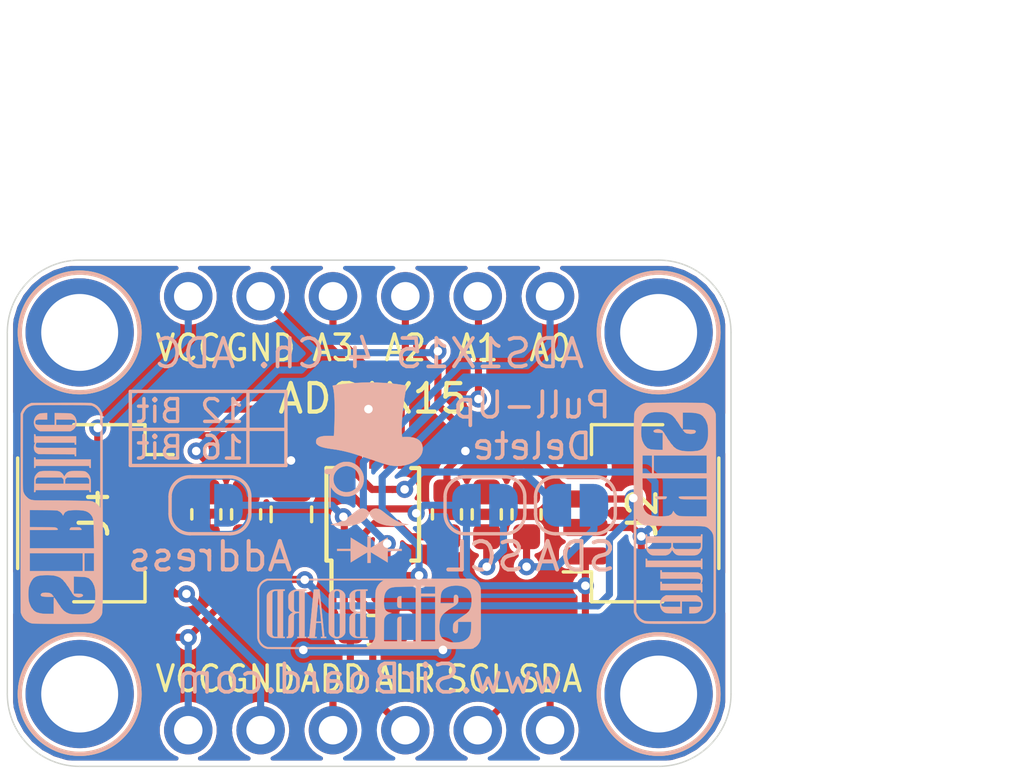
<source format=kicad_pcb>
(kicad_pcb (version 20171130) (host pcbnew "(5.1.2)-2")
  (title_block (title "MCP4728 Breakout") (date 2020-01-23) (rev 2) (company SirBoard) (comment 1 "4 Channel I2C DAC with 12 Bit Resolution") (comment 2 "MCP4728 - SirBlue"))
  (layers (0 F.Cu signal) (31 B.Cu signal) (34 B.Paste user hide) (35 F.Paste user hide) (36 B.SilkS user) (37 F.SilkS user) (38 B.Mask user hide) (39 F.Mask user hide) (44 Edge.Cuts user))
  (net 0 "")
  (net 1 GND)
  (net 2 VCC)
  (net 3 "Net-(JP2-Pad2)")
  (net 4 SCL)
  (net 5 "Net-(JP3-Pad2)")
  (net 6 SDA)
  (net 7 GND_B)
  (net 8 VCC_B)
  (net 9 Ain0)
  (net 10 Ain1)
  (net 11 Ain2)
  (net 12 Ain3)
  (net 13 ALERT)
  (net 14 ADDRESS)
  (module Package_SO:TSSOP-10_3x3mm_P0.5mm (layer F.Cu) (at 65.405 36.0045 90)
    (fp_text reference ADS1X15 (at 4.064 0 180) (layer F.SilkS))
    (fp_text value ADS1X15)
    (pad 10 smd rect (at 2.15 -1 90) (size 1.1 0.25) (layers F.Cu F.Paste F.Mask) (net 4 SCL))
    (pad 9 smd rect (at 2.15 -0.5 90) (size 1.1 0.25) (layers F.Cu F.Paste F.Mask) (net 6 SDA))
    (pad 8 smd rect (at 2.15 0 90) (size 1.1 0.25) (layers F.Cu F.Paste F.Mask) (net 8 VCC_B))
    (pad 7 smd rect (at 2.15 0.5 90) (size 1.1 0.25) (layers F.Cu F.Paste F.Mask) (net 12 Ain3))
    (pad 6 smd rect (at 2.15 1 90) (size 1.1 0.25) (layers F.Cu F.Paste F.Mask) (net 11 Ain2))
    (pad 5 smd rect (at -2.15 1 90) (size 1.1 0.25) (layers F.Cu F.Paste F.Mask) (net 10 Ain1))
    (pad 4 smd rect (at -2.15 0.5 90) (size 1.1 0.25) (layers F.Cu F.Paste F.Mask) (net 9 Ain0))
    (pad 3 smd rect (at -2.15 0 90) (size 1.1 0.25) (layers F.Cu F.Paste F.Mask) (net 7 GND_B))
    (pad 2 smd rect (at -2.15 -0.5 90) (size 1.1 0.25) (layers F.Cu F.Paste F.Mask) (net 13 ALERT))
    (pad 1 smd rect (at -2.15 -1 90) (size 1.1 0.25) (layers F.Cu F.Paste F.Mask) (net 14 ADDRESS))
  )
  (module Resistor_SMD:R_0603_1608Metric (layer F.Cu) (at 65.405 40.0685)
    (fp_text reference R4 hide)
    (fp_text value 10K)
    (pad 2 smd roundrect (at 0.7875 0) (size 0.875 0.95) (layers F.Cu F.Paste F.Mask) (net 7 GND_B))
    (pad 1 smd roundrect (at -0.7875 0) (size 0.875 0.95) (layers F.Cu F.Paste F.Mask) (net 14 ADDRESS))
  )
  (module Resistor_SMD:R_0603_1608Metric (layer F.Cu) (at 68.0085 36.0045 270)
    (fp_text reference R3 hide)
    (fp_text value 10K)
    (pad 2 smd roundrect (at 0.7875 0 270) (size 0.875 0.95) (layers F.Cu F.Paste F.Mask) (net 13 ALERT))
    (pad 1 smd roundrect (at -0.7875 0 270) (size 0.875 0.95) (layers F.Cu F.Paste F.Mask) (net 8 VCC_B))
  )
  (module Resistor_SMD:R_0603_1608Metric (layer F.Cu) (at 70.8025 36.0045 270)
    (fp_text reference R2 hide)
    (fp_text value 10K)
    (pad 2 smd roundrect (at 0.7875 0 270) (size 0.875 0.95) (layers F.Cu F.Paste F.Mask) (net 5 "Net-(JP3-Pad2)"))
    (pad 1 smd roundrect (at -0.7875 0 270) (size 0.875 0.95) (layers F.Cu F.Paste F.Mask) (net 8 VCC_B))
  )
  (module Resistor_SMD:R_0603_1608Metric (layer F.Cu) (at 69.4055 36.0045 270)
    (fp_text reference R1 hide)
    (fp_text value 10K)
    (pad 2 smd roundrect (at 0.7875 0 270) (size 0.875 0.95) (layers F.Cu F.Paste F.Mask) (net 3 "Net-(JP2-Pad2)"))
    (pad 1 smd roundrect (at -0.7875 0 270) (size 0.875 0.95) (layers F.Cu F.Paste F.Mask) (net 8 VCC_B))
  )
  (module Inductor_SMD:L_0603_1608Metric (layer F.Cu) (at 59.563 36.0045 270)
    (fp_text reference FB2 hide)
    (fp_text value Ferrite_Bead)
    (pad 2 smd roundrect (at 0.7875 0 270) (size 0.875 0.95) (layers F.Cu F.Paste F.Mask) (net 7 GND_B))
    (pad 1 smd roundrect (at -0.7875 0 270) (size 0.875 0.95) (layers F.Cu F.Paste F.Mask) (net 1 GND))
  )
  (module Inductor_SMD:L_0603_1608Metric (layer F.Cu) (at 60.96 36.0045 90)
    (fp_text reference FB1 hide)
    (fp_text value Ferrite_Bead)
    (pad 2 smd roundrect (at 0.7875 0 90) (size 0.875 0.95) (layers F.Cu F.Paste F.Mask) (net 8 VCC_B))
    (pad 1 smd roundrect (at -0.7875 0 90) (size 0.875 0.95) (layers F.Cu F.Paste F.Mask) (net 2 VCC))
  )
  (module Capacitor_SMD:C_0805_2012Metric (layer F.Cu) (at 62.5475 36.0045 270)
    (fp_text reference C1 hide)
    (fp_text value 10uF)
    (pad 2 smd roundrect (at 0.9375 0 270) (size 0.975 1.4) (layers F.Cu F.Paste F.Mask) (net 7 GND_B))
    (pad 1 smd roundrect (at -0.9375 0 270) (size 0.975 1.4) (layers F.Cu F.Paste F.Mask) (net 8 VCC_B))
  )
  (module Jumper:SolderJumper-2_P1.3mm_Open_RoundedPad1.0x1.5mm (layer B.Cu) (at 72.517 35.687)
    (fp_text reference SDA (at 0 1.8) (layer B.SilkS) (effects (font (thickness 0.14)) (justify mirror)))
    (fp_text value SolderJumper_2_Open)
    (pad 2 smd custom (at 0.65 0) (size 1 0.5) (layers B.Cu B.Mask) (net 5 "Net-(JP3-Pad2)") (options (clearance outline) (anchor rect)) (primitives (gr_circle (center 0 -0.25) (end 0.5 -0.25) (width 0)) (gr_circle (center 0 0.25) (end 0.5 0.25) (width 0)) (gr_poly (pts (xy 0 0.75) (xy -0.5 0.75) (xy -0.5 -0.75) (xy 0 -0.75)) (width 0))))
    (pad 1 smd custom (at -0.65 0) (size 1 0.5) (layers B.Cu B.Mask) (net 6 SDA) (options (clearance outline) (anchor rect)) (primitives (gr_circle (center 0 -0.25) (end 0.5 -0.25) (width 0)) (gr_circle (center 0 0.25) (end 0.5 0.25) (width 0)) (gr_poly (pts (xy 0 0.75) (xy 0.5 0.75) (xy 0.5 -0.75) (xy 0 -0.75)) (width 0))))
  )
  (module Jumper:SolderJumper-2_P1.3mm_Open_RoundedPad1.0x1.5mm (layer B.Cu) (at 69.342 35.687)
    (fp_text reference SCL (at 0 1.8) (layer B.SilkS) (effects (font (thickness 0.14)) (justify mirror)))
    (fp_text value SolderJumper_2_Open)
    (pad 2 smd custom (at 0.65 0) (size 1 0.5) (layers B.Cu B.Mask) (net 3 "Net-(JP2-Pad2)") (options (clearance outline) (anchor rect)) (primitives (gr_circle (center 0 -0.25) (end 0.5 -0.25) (width 0)) (gr_circle (center 0 0.25) (end 0.5 0.25) (width 0)) (gr_poly (pts (xy 0 0.75) (xy -0.5 0.75) (xy -0.5 -0.75) (xy 0 -0.75)) (width 0))))
    (pad 1 smd custom (at -0.65 0) (size 1 0.5) (layers B.Cu B.Mask) (net 4 SCL) (options (clearance outline) (anchor rect)) (primitives (gr_circle (center 0 -0.25) (end 0.5 -0.25) (width 0)) (gr_circle (center 0 0.25) (end 0.5 0.25) (width 0)) (gr_poly (pts (xy 0 0.75) (xy 0.5 0.75) (xy 0.5 -0.75) (xy 0 -0.75)) (width 0))))
  )
  (module Jumper:SolderJumper-2_P1.3mm_Open_RoundedPad1.0x1.5mm (layer B.Cu) (at 59.69 35.687)
    (fp_text reference Address (at 0 1.8) (layer B.SilkS) (effects (font (thickness 0.14)) (justify mirror)))
    (fp_text value SolderJumper_2_Open)
    (pad 2 smd custom (at 0.65 0) (size 1 0.5) (layers B.Cu B.Mask) (net 14 ADDRESS) (options (clearance outline) (anchor rect)) (primitives (gr_circle (center 0 -0.25) (end 0.5 -0.25) (width 0)) (gr_circle (center 0 0.25) (end 0.5 0.25) (width 0)) (gr_poly (pts (xy 0 0.75) (xy -0.5 0.75) (xy -0.5 -0.75) (xy 0 -0.75)) (width 0))))
    (pad 1 smd custom (at -0.65 0) (size 1 0.5) (layers B.Cu B.Mask) (net 8 VCC_B) (options (clearance outline) (anchor rect)) (primitives (gr_circle (center 0 -0.25) (end 0.5 -0.25) (width 0)) (gr_circle (center 0 0.25) (end 0.5 0.25) (width 0)) (gr_poly (pts (xy 0 0.75) (xy 0.5 0.75) (xy 0.5 -0.75) (xy 0 -0.75)) (width 0))))
  )
  (module logo:SirBoard79x25 (layer B.Cu) (at 65.278 39.497 180)
    (fp_text reference G*** hide)
    (fp_text value LOGO hide)
  )
  (module logo:logo63x89 (layer B.Cu) (at 65.278 34.544 180)
    (fp_text reference G*** hide)
    (fp_text value LOGO hide)
  )
  (module logo:SirBlue78x29 (layer B.Cu) (at 76.0095 35.9664 270)
    (fp_text reference G*** hide)
    (fp_text value LOGO hide)
  )
  (module logo:SirBlue78x29 (layer B.Cu) (at 54.483 35.9664 90)
    (fp_text reference G*** hide)
    (fp_text value LOGO hide)
  )
  (module Connector_PinHeader_2.54mm:PinHeader_1x06_P2.54mm_Vertical (layer B.Cu) (at 58.928 28.3464 270)
    (fp_text reference J3 hide)
    (fp_text value Conn_01x06)
    (pad 6 thru_hole oval (at 0 -12.7 270) (size 1.7 1.7) (drill 1) (layers *.Cu *.Mask) (net 9 Ain0))
    (pad 5 thru_hole oval (at 0 -10.16 270) (size 1.7 1.7) (drill 1) (layers *.Cu *.Mask) (net 10 Ain1))
    (pad 4 thru_hole oval (at 0 -7.62 270) (size 1.7 1.7) (drill 1) (layers *.Cu *.Mask) (net 11 Ain2))
    (pad 3 thru_hole oval (at 0 -5.08 270) (size 1.7 1.7) (drill 1) (layers *.Cu *.Mask) (net 12 Ain3))
    (pad 2 thru_hole oval (at 0 -2.54 270) (size 1.7 1.7) (drill 1) (layers *.Cu *.Mask) (net 1 GND))
    (pad 1 thru_hole circle (at 0 0 270) (size 1.7 1.7) (drill 1) (layers *.Cu *.Mask) (net 2 VCC))
  )
  (module Connector_PinHeader_2.54mm:PinHeader_1x06_P2.54mm_Vertical (layer B.Cu) (at 58.928 43.5864 270)
    (fp_text reference J1 hide)
    (fp_text value Conn_01x06)
    (pad 6 thru_hole oval (at 0 -12.7 270) (size 1.7 1.7) (drill 1) (layers *.Cu *.Mask) (net 6 SDA))
    (pad 5 thru_hole oval (at 0 -10.16 270) (size 1.7 1.7) (drill 1) (layers *.Cu *.Mask) (net 4 SCL))
    (pad 4 thru_hole oval (at 0 -7.62 270) (size 1.7 1.7) (drill 1) (layers *.Cu *.Mask) (net 13 ALERT))
    (pad 3 thru_hole oval (at 0 -5.08 270) (size 1.7 1.7) (drill 1) (layers *.Cu *.Mask) (net 14 ADDRESS))
    (pad 2 thru_hole oval (at 0 -2.54 270) (size 1.7 1.7) (drill 1) (layers *.Cu *.Mask) (net 1 GND))
    (pad 1 thru_hole circle (at 0 0 270) (size 1.7 1.7) (drill 1) (layers *.Cu *.Mask) (net 2 VCC))
  )
  (module Connector_JST:JST_SH_SM04B-SRSS-TB_1x04-1MP_P1.00mm_Horizontal (layer F.Cu) (at 55.626 35.9664 270)
    (fp_text reference J4 (at 0 0 270) (layer F.SilkS))
    (fp_text value Conn_01x04)
    (pad MP smd roundrect (at 2.8 1.875 270) (size 1.2 1.8) (layers F.Cu F.Paste F.Mask) (roundrect_rratio 0.208333))
    (pad MP smd roundrect (at -2.8 1.875 270) (size 1.2 1.8) (layers F.Cu F.Paste F.Mask) (roundrect_rratio 0.208333))
    (pad 4 smd roundrect (at 1.5 -2 270) (size 0.6 1.55) (layers F.Cu F.Paste F.Mask) (net 1 GND))
    (pad 3 smd roundrect (at 0.5 -2 270) (size 0.6 1.55) (layers F.Cu F.Paste F.Mask) (net 2 VCC))
    (pad 2 smd roundrect (at -0.5 -2 270) (size 0.6 1.55) (layers F.Cu F.Paste F.Mask) (net 6 SDA))
    (pad 1 smd roundrect (at -1.5 -2 270) (size 0.6 1.55) (layers F.Cu F.Paste F.Mask) (net 4 SCL))
  )
  (module Connector_JST:JST_SH_SM04B-SRSS-TB_1x04-1MP_P1.00mm_Horizontal (layer F.Cu) (at 74.8665 35.9664 90)
    (fp_text reference J2 (at 0 0 90) (layer F.SilkS))
    (fp_text value Conn_01x04)
    (pad MP smd roundrect (at 2.8 1.875 90) (size 1.2 1.8) (layers F.Cu F.Paste F.Mask) (roundrect_rratio 0.208333))
    (pad MP smd roundrect (at -2.8 1.875 90) (size 1.2 1.8) (layers F.Cu F.Paste F.Mask) (roundrect_rratio 0.208333))
    (pad 4 smd roundrect (at 1.5 -2 90) (size 0.6 1.55) (layers F.Cu F.Paste F.Mask) (net 1 GND))
    (pad 3 smd roundrect (at 0.5 -2 90) (size 0.6 1.55) (layers F.Cu F.Paste F.Mask) (net 2 VCC))
    (pad 2 smd roundrect (at -0.5 -2 90) (size 0.6 1.55) (layers F.Cu F.Paste F.Mask) (net 6 SDA))
    (pad 1 smd roundrect (at -1.5 -2 90) (size 0.6 1.55) (layers F.Cu F.Paste F.Mask) (net 4 SCL))
  )
  (module SirBoardLibrary:MountingHole_M2.5_SirBoard (layer F.Cu) (at 55.118 42.3164 270)
    (fp_text reference H1 hide)
    (fp_text value MountingHole)
    (pad 1 thru_hole circle (at 0 0 270) (size 3.8 3.8) (drill 2.7) (layers *.Cu *.Mask))
  )
  (module SirBoardLibrary:MountingHole_M2.5_SirBoard (layer F.Cu) (at 55.118 29.6164 270)
    (fp_text reference H2 hide)
    (fp_text value MountingHole)
    (pad 1 thru_hole circle (at 0 0 270) (size 3.8 3.8) (drill 2.7) (layers *.Cu *.Mask))
  )
  (module SirBoardLibrary:MountingHole_M2.5_SirBoard (layer F.Cu) (at 75.438 42.3164 90)
    (fp_text reference H3 hide)
    (fp_text value MountingHole)
    (pad 1 thru_hole circle (at 0 0 90) (size 3.8 3.8) (drill 2.7) (layers *.Cu *.Mask))
  )
  (module SirBoardLibrary:MountingHole_M2.5_SirBoard (layer F.Cu) (at 75.438 29.6164 90)
    (fp_text reference H4 hide)
    (fp_text value MountingHole)
    (pad 1 thru_hole circle (at 0 0 90) (size 3.8 3.8) (drill 2.7) (layers *.Cu *.Mask))
  )
  (gr_line (start 62.357 31.6865) (end 62.357 34.29) (layer B.SilkS) (width 0.12))
  (gr_line (start 61.0235 31.6865) (end 61.0235 34.29) (layer B.SilkS) (width 0.12))
  (gr_line (start 56.896 34.29) (end 56.896 31.6865) (layer B.SilkS) (width 0.12))
  (gr_line (start 56.896 34.29) (end 62.357 34.29) (layer B.SilkS) (width 0.12))
  (gr_line (start 56.896 31.6865) (end 62.357 31.6865) (layer B.SilkS) (width 0.12))
  (gr_line (start 56.896 33.02) (end 62.357 33.02) (layer B.SilkS) (width 0.12))
  (gr_text "12 Bit\n16 Bit" (at 58.9915 33.02) (layer B.SilkS) (effects (font (size 0.8 0.8) (thickness 0.12)) (justify mirror)))
  (gr_text ADD (at 64.008 41.783) (layer F.SilkS) (effects (font (size 0.9 0.8) (thickness 0.12))))
  (gr_text "Pull-Up\nDelete" (at 70.993 32.893) (layer B.SilkS) (effects (font (size 0.9 0.9) (thickness 0.13)) (justify mirror)))
  (gr_text A3 (at 64.008 30.1625) (layer F.SilkS) (effects (font (size 0.9 0.8) (thickness 0.12))))
  (gr_text A2 (at 66.548 30.1625) (layer F.SilkS) (effects (font (size 0.9 0.8) (thickness 0.12))))
  (gr_text VCC (at 58.928 30.1625) (layer F.SilkS) (effects (font (size 0.9 0.8) (thickness 0.12))))
  (gr_text GND (at 61.468 30.1625) (layer F.SilkS) (effects (font (size 0.9 0.8) (thickness 0.12))))
  (gr_text A0 (at 71.628 30.1625) (layer F.SilkS) (effects (font (size 0.9 0.8) (thickness 0.12))))
  (gr_text A1 (at 69.088 30.1625) (layer F.SilkS) (effects (font (size 0.9 0.8) (thickness 0.12))))
  (gr_text VCC (at 58.928 41.783) (layer F.SilkS) (effects (font (size 0.9 0.8) (thickness 0.12))))
  (gr_text GND (at 61.468 41.783) (layer F.SilkS) (effects (font (size 0.9 0.8) (thickness 0.12))))
  (gr_text ALR (at 66.548 41.783) (layer F.SilkS) (effects (font (size 0.9 0.8) (thickness 0.12))))
  (gr_text SCL (at 69.088 41.783) (layer F.SilkS) (effects (font (size 0.9 0.8) (thickness 0.12))))
  (gr_text SDA (at 71.628 41.783) (layer F.SilkS) (effects (font (size 0.9 0.8) (thickness 0.12))))
  (gr_arc (start 55.118 29.6164) (end 55.118 27.0764) (angle -90) (layer Edge.Cuts) (width 0.05))
  (gr_arc (start 75.438 29.6164) (end 77.978 29.6164) (angle -90) (layer Edge.Cuts) (width 0.05))
  (gr_arc (start 75.438 42.3164) (end 75.438 44.8564) (angle -90) (layer Edge.Cuts) (width 0.05))
  (gr_arc (start 55.118 42.3164) (end 52.578 42.3164) (angle -90) (layer Edge.Cuts) (width 0.05))
  (gr_line (start 52.578 42.3164) (end 52.578 29.6164) (layer Edge.Cuts) (width 0.05))
  (gr_line (start 55.118 27.0764) (end 75.438 27.0764) (layer Edge.Cuts) (width 0.05))
  (gr_line (start 77.978 29.6164) (end 77.978 42.3164) (layer Edge.Cuts) (width 0.05))
  (gr_line (start 75.438 44.8564) (end 55.118 44.8564) (layer Edge.Cuts) (width 0.05))
  (gr_text "ADS1X15 4 Ch. ADC" (at 65.278 30.353) (layer B.SilkS) (effects (font (size 1 1) (thickness 0.13)) (justify mirror)))
  (gr_text www.SirBoard.com (at 65.278 41.783) (layer B.SilkS) (effects (font (size 1 1) (thickness 0.13)) (justify mirror)))
  (via (at 58.8645 38.7985) (size 0.6) (drill 0.3) (layers F.Cu B.Cu) (net 1))
  (segment (start 58.8645 38.7985) (end 61.468 41.402) (width 0.25) (layer B.Cu) (net 1))
  (segment (start 61.468 41.402) (end 61.468 43.5864) (width 0.25) (layer B.Cu) (net 1))
  (segment (start 58.4835 38.7985) (end 58.8645 38.7985) (width 0.25) (layer F.Cu) (net 1))
  (segment (start 57.626 37.4664) (end 57.626 37.941) (width 0.25) (layer F.Cu) (net 1))
  (segment (start 57.626 37.941) (end 58.4835 38.7985) (width 0.25) (layer F.Cu) (net 1))
  (segment (start 57.626 37.4664) (end 58.5456 37.4664) (width 0.25) (layer F.Cu) (net 1))
  (segment (start 58.5456 37.4664) (end 58.7756 37.2364) (width 0.25) (layer F.Cu) (net 1))
  (segment (start 58.7756 36.0044) (end 59.563 35.217) (width 0.25) (layer F.Cu) (net 1))
  (segment (start 58.7756 37.2364) (end 58.7756 36.0044) (width 0.25) (layer F.Cu) (net 1))
  (segment (start 72.8665 34.4664) (end 71.8806 34.4664) (width 0.25) (layer F.Cu) (net 1))
  (segment (start 71.8806 34.4664) (end 70.3072 32.893) (width 0.25) (layer F.Cu) (net 1))
  (segment (start 70.3072 32.893) (end 68.4276 32.893) (width 0.25) (layer F.Cu) (net 1))
  (via (at 67.691 30.2768) (size 0.6) (drill 0.3) (layers F.Cu B.Cu) (net 1))
  (segment (start 68.4276 32.893) (end 67.691 32.1564) (width 0.25) (layer F.Cu) (net 1))
  (segment (start 67.691 32.1564) (end 67.691 30.2768) (width 0.25) (layer F.Cu) (net 1))
  (segment (start 63.4492 30.3276) (end 61.468 28.3464) (width 0.25) (layer B.Cu) (net 1))
  (segment (start 67.691 30.2768) (end 67.6402 30.3276) (width 0.25) (layer B.Cu) (net 1))
  (segment (start 67.6402 30.3276) (end 63.4492 30.3276) (width 0.25) (layer B.Cu) (net 1))
  (via (at 59.2074 33.782) (size 0.6) (drill 0.3) (layers F.Cu B.Cu) (net 1))
  (segment (start 59.507399 34.081999) (end 59.2074 33.782) (width 0.25) (layer F.Cu) (net 1))
  (segment (start 59.563 34.1376) (end 59.507399 34.081999) (width 0.25) (layer F.Cu) (net 1))
  (segment (start 59.563 35.217) (end 59.563 34.1376) (width 0.25) (layer F.Cu) (net 1))
  (segment (start 59.507399 33.482001) (end 59.2074 33.782) (width 0.25) (layer B.Cu) (net 1))
  (segment (start 62.0522 30.9372) (end 59.507399 33.482001) (width 0.25) (layer B.Cu) (net 1))
  (segment (start 63.4746 30.353) (end 62.8904 30.9372) (width 0.25) (layer B.Cu) (net 1))
  (segment (start 62.8904 30.9372) (end 62.0522 30.9372) (width 0.25) (layer B.Cu) (net 1))
  (via (at 74.549 35.433) (size 0.6) (drill 0.3) (layers F.Cu B.Cu) (net 2))
  (segment (start 72.8665 35.4664) (end 74.5156 35.4664) (width 0.25) (layer F.Cu) (net 2))
  (segment (start 74.5156 35.4664) (end 74.549 35.433) (width 0.25) (layer F.Cu) (net 2))
  (segment (start 60.96 36.792) (end 60.96 38.2905) (width 0.25) (layer F.Cu) (net 2))
  (segment (start 58.928 40.3225) (end 58.928 40.3352) (width 0.25) (layer F.Cu) (net 2))
  (segment (start 60.96 38.2905) (end 58.928 40.3225) (width 0.25) (layer F.Cu) (net 2))
  (segment (start 58.166 40.3225) (end 58.928 40.3225) (width 0.25) (layer F.Cu) (net 2))
  (segment (start 56.388 38.5445) (end 58.166 40.3225) (width 0.25) (layer F.Cu) (net 2))
  (segment (start 56.388 36.83) (end 56.388 38.5445) (width 0.25) (layer F.Cu) (net 2))
  (segment (start 57.626 36.4664) (end 56.7516 36.4664) (width 0.25) (layer F.Cu) (net 2))
  (segment (start 56.7516 36.4664) (end 56.388 36.83) (width 0.25) (layer F.Cu) (net 2))
  (segment (start 55.753 36.195) (end 56.388 36.83) (width 0.25) (layer F.Cu) (net 2))
  (segment (start 55.753 32.974007) (end 55.753 32.974007) (width 0.25) (layer F.Cu) (net 2))
  (via (at 63.0174 38.3032) (size 0.6) (drill 0.3) (layers F.Cu B.Cu) (net 2))
  (segment (start 60.96 38.2905) (end 63.0047 38.2905) (width 0.25) (layer F.Cu) (net 2))
  (segment (start 63.0047 38.2905) (end 63.0174 38.3032) (width 0.25) (layer F.Cu) (net 2))
  (segment (start 74.549 36.0426) (end 74.549 35.433) (width 0.25) (layer B.Cu) (net 2))
  (segment (start 73.7108 36.8808) (end 74.549 36.0426) (width 0.25) (layer B.Cu) (net 2))
  (segment (start 73.7108 38.8112) (end 73.7108 36.8808) (width 0.25) (layer B.Cu) (net 2))
  (segment (start 73.3044 39.2176) (end 73.7108 38.8112) (width 0.25) (layer B.Cu) (net 2))
  (segment (start 63.0174 38.3032) (end 63.9318 39.2176) (width 0.25) (layer B.Cu) (net 2))
  (segment (start 63.9318 39.2176) (end 73.3044 39.2176) (width 0.25) (layer B.Cu) (net 2))
  (segment (start 58.928 40.3352) (end 58.928 43.5864) (width 0.25) (layer B.Cu) (net 2))
  (via (at 58.928 40.3352) (size 0.6) (drill 0.3) (layers F.Cu B.Cu) (net 2))
  (segment (start 55.753 32.974007) (end 55.753 36.195) (width 0.25) (layer F.Cu) (net 2))
  (via (at 55.753 32.974007) (size 0.6) (drill 0.3) (layers F.Cu B.Cu) (net 2))
  (segment (start 58.928 29.799007) (end 55.753 32.974007) (width 0.25) (layer B.Cu) (net 2))
  (segment (start 58.928 28.3464) (end 58.928 29.799007) (width 0.25) (layer B.Cu) (net 2))
  (via (at 69.4055 37.846) (size 0.6) (drill 0.3) (layers F.Cu B.Cu) (net 3))
  (segment (start 69.992 35.687) (end 69.992 37.2595) (width 0.25) (layer B.Cu) (net 3))
  (segment (start 69.992 37.2595) (end 69.4055 37.846) (width 0.25) (layer B.Cu) (net 3))
  (segment (start 69.4055 37.846) (end 69.4055 36.792) (width 0.25) (layer F.Cu) (net 3))
  (via (at 72.8665 38.5125) (size 0.6) (drill 0.3) (layers F.Cu B.Cu) (net 4))
  (segment (start 69.088 43.5864) (end 72.8665 39.8079) (width 0.25) (layer F.Cu) (net 4))
  (segment (start 69.1195 38.5125) (end 72.442236 38.5125) (width 0.25) (layer B.Cu) (net 4))
  (segment (start 72.442236 38.5125) (end 72.8665 38.5125) (width 0.25) (layer B.Cu) (net 4))
  (segment (start 68.692 38.085) (end 69.1195 38.5125) (width 0.25) (layer B.Cu) (net 4))
  (segment (start 68.692 35.687) (end 68.692 38.085) (width 0.25) (layer B.Cu) (net 4))
  (segment (start 72.8665 39.8079) (end 72.8665 38.5125) (width 0.25) (layer F.Cu) (net 4))
  (segment (start 72.8665 37.4664) (end 72.8665 38.5125) (width 0.25) (layer F.Cu) (net 4))
  (via (at 66.929 35.966402) (size 0.6) (drill 0.3) (layers F.Cu B.Cu) (net 4))
  (segment (start 67.208402 35.687) (end 66.929 35.966402) (width 0.25) (layer B.Cu) (net 4))
  (segment (start 68.692 35.687) (end 67.208402 35.687) (width 0.25) (layer B.Cu) (net 4))
  (segment (start 66.776598 35.814) (end 66.929 35.966402) (width 0.25) (layer F.Cu) (net 4))
  (segment (start 65.151 35.814) (end 66.776598 35.814) (width 0.25) (layer F.Cu) (net 4))
  (segment (start 64.405 33.8545) (end 64.405 35.068) (width 0.25) (layer F.Cu) (net 4))
  (segment (start 64.405 35.068) (end 65.151 35.814) (width 0.25) (layer F.Cu) (net 4))
  (segment (start 57.626 33.5092) (end 57.626 34.4664) (width 0.25) (layer F.Cu) (net 4))
  (segment (start 58.293 32.8422) (end 57.626 33.5092) (width 0.25) (layer F.Cu) (net 4))
  (segment (start 63.9572 32.8422) (end 58.293 32.8422) (width 0.25) (layer F.Cu) (net 4))
  (segment (start 64.405 33.8545) (end 64.405 33.29) (width 0.25) (layer F.Cu) (net 4))
  (segment (start 64.405 33.29) (end 63.9572 32.8422) (width 0.25) (layer F.Cu) (net 4))
  (via (at 70.8025 37.846) (size 0.6) (drill 0.3) (layers F.Cu B.Cu) (net 5))
  (segment (start 70.8025 36.792) (end 70.8025 37.846) (width 0.25) (layer F.Cu) (net 5))
  (segment (start 73.167 36.534592) (end 73.167 35.687) (width 0.25) (layer B.Cu) (net 5))
  (segment (start 70.8025 37.846) (end 71.855592 37.846) (width 0.25) (layer B.Cu) (net 5))
  (segment (start 71.855592 37.846) (end 73.167 36.534592) (width 0.25) (layer B.Cu) (net 5))
  (segment (start 70.6986 34.5186) (end 71.867 35.687) (width 0.25) (layer B.Cu) (net 6))
  (via (at 74.8284 36.779198) (size 0.6) (drill 0.3) (layers F.Cu B.Cu) (net 6))
  (segment (start 71.628 42.124545) (end 74.8284 38.924145) (width 0.25) (layer F.Cu) (net 6))
  (segment (start 74.528401 36.479199) (end 74.8284 36.779198) (width 0.25) (layer F.Cu) (net 6))
  (segment (start 71.628 43.5864) (end 71.628 42.124545) (width 0.25) (layer F.Cu) (net 6))
  (segment (start 72.8665 36.4664) (end 74.515602 36.4664) (width 0.25) (layer F.Cu) (net 6))
  (segment (start 74.8284 38.924145) (end 74.8284 37.203462) (width 0.25) (layer F.Cu) (net 6))
  (segment (start 74.515602 36.4664) (end 74.528401 36.479199) (width 0.25) (layer F.Cu) (net 6))
  (segment (start 74.8284 37.203462) (end 74.8284 36.779198) (width 0.25) (layer F.Cu) (net 6))
  (segment (start 75.311 36.296598) (end 74.8284 36.779198) (width 0.25) (layer B.Cu) (net 6))
  (segment (start 75.311 34.8742) (end 75.311 36.296598) (width 0.25) (layer B.Cu) (net 6))
  (segment (start 70.6986 34.5186) (end 74.9554 34.5186) (width 0.25) (layer B.Cu) (net 6))
  (segment (start 74.9554 34.5186) (end 75.311 34.8742) (width 0.25) (layer B.Cu) (net 6))
  (segment (start 64.905 34.6545) (end 65.3787 35.1282) (width 0.25) (layer F.Cu) (net 6))
  (segment (start 64.905 33.8545) (end 64.905 34.6545) (width 0.25) (layer F.Cu) (net 6))
  (segment (start 70.6986 34.5186) (end 67.1322 34.5186) (width 0.25) (layer B.Cu) (net 6))
  (segment (start 66.822599 34.828201) (end 66.5226 35.1282) (width 0.25) (layer B.Cu) (net 6))
  (segment (start 66.098336 35.1282) (end 66.5226 35.1282) (width 0.25) (layer F.Cu) (net 6))
  (segment (start 65.3787 35.1282) (end 66.098336 35.1282) (width 0.25) (layer F.Cu) (net 6))
  (segment (start 67.1322 34.5186) (end 66.822599 34.828201) (width 0.25) (layer B.Cu) (net 6))
  (via (at 66.5226 35.1282) (size 0.6) (drill 0.3) (layers F.Cu B.Cu) (net 6))
  (segment (start 64.905 33.0545) (end 64.905 33.8545) (width 0.25) (layer F.Cu) (net 6))
  (segment (start 56.6246 35.4664) (end 56.3372 35.179) (width 0.25) (layer F.Cu) (net 6))
  (segment (start 57.626 35.4664) (end 56.6246 35.4664) (width 0.25) (layer F.Cu) (net 6))
  (segment (start 56.3372 35.179) (end 56.3372 33.5788) (width 0.25) (layer F.Cu) (net 6))
  (segment (start 56.3372 33.5788) (end 57.6072 32.3088) (width 0.25) (layer F.Cu) (net 6))
  (segment (start 57.6072 32.3088) (end 64.1593 32.3088) (width 0.25) (layer F.Cu) (net 6))
  (segment (start 64.1593 32.3088) (end 64.905 33.0545) (width 0.25) (layer F.Cu) (net 6))
  (segment (start 65.405 38.783102) (end 65.405 38.1545) (width 0.25) (layer F.Cu) (net 7))
  (segment (start 66.1925 40.0685) (end 66.1925 39.570602) (width 0.25) (layer F.Cu) (net 7))
  (segment (start 66.1925 39.570602) (end 65.405 38.783102) (width 0.25) (layer F.Cu) (net 7))
  (via (at 67.8688 40.767) (size 0.6) (drill 0.3) (layers F.Cu B.Cu) (net 7))
  (via (at 62.9666 40.767) (size 0.6) (drill 0.3) (layers F.Cu B.Cu) (net 7))
  (segment (start 62.9666 40.767) (end 67.8688 40.767) (width 0.4) (layer B.Cu) (net 7))
  (segment (start 60.96 35.217) (end 61.557 35.217) (width 0.25) (layer F.Cu) (net 8))
  (segment (start 61.707 35.067) (end 62.5475 35.067) (width 0.25) (layer F.Cu) (net 8))
  (segment (start 61.557 35.217) (end 61.707 35.067) (width 0.25) (layer F.Cu) (net 8))
  (segment (start 68.0085 35.217) (end 70.8025 35.217) (width 0.25) (layer F.Cu) (net 8))
  (via (at 65.2526 32.3088) (size 0.6) (drill 0.3) (layers F.Cu B.Cu) (net 8))
  (segment (start 65.405 32.4612) (end 65.405 33.8545) (width 0.25) (layer F.Cu) (net 8))
  (segment (start 65.2526 32.3088) (end 65.405 32.4612) (width 0.25) (layer F.Cu) (net 8))
  (via (at 68.6562 33.782) (size 0.6) (drill 0.3) (layers F.Cu B.Cu) (net 8))
  (segment (start 68.0085 35.217) (end 68.0085 34.4297) (width 0.25) (layer F.Cu) (net 8))
  (segment (start 68.356201 34.081999) (end 68.6562 33.782) (width 0.25) (layer F.Cu) (net 8))
  (segment (start 68.0085 34.4297) (end 68.356201 34.081999) (width 0.25) (layer F.Cu) (net 8))
  (via (at 62.5348 34.1122) (size 0.6) (drill 0.3) (layers F.Cu B.Cu) (net 8))
  (segment (start 62.5475 35.067) (end 62.5475 34.1249) (width 0.25) (layer F.Cu) (net 8))
  (segment (start 62.5475 34.1249) (end 62.5348 34.1122) (width 0.25) (layer F.Cu) (net 8))
  (via (at 65.913 37.0332) (size 0.6) (drill 0.3) (layers F.Cu B.Cu) (net 9))
  (segment (start 65.905 38.1545) (end 65.905 37.0412) (width 0.25) (layer F.Cu) (net 9))
  (segment (start 65.905 37.0412) (end 65.913 37.0332) (width 0.25) (layer F.Cu) (net 9))
  (segment (start 71.628 29.972) (end 71.628 28.3464) (width 0.25) (layer B.Cu) (net 9))
  (segment (start 70.8152 30.7848) (end 71.628 29.972) (width 0.25) (layer B.Cu) (net 9))
  (segment (start 68.453 30.7848) (end 70.8152 30.7848) (width 0.25) (layer B.Cu) (net 9))
  (segment (start 65.0748 34.163) (end 68.453 30.7848) (width 0.25) (layer B.Cu) (net 9))
  (segment (start 65.913 37.0332) (end 65.0748 36.195) (width 0.25) (layer B.Cu) (net 9))
  (segment (start 65.0748 36.195) (end 65.0748 34.163) (width 0.25) (layer B.Cu) (net 9))
  (via (at 67.0306 38.1508) (size 0.6) (drill 0.3) (layers F.Cu B.Cu) (net 10))
  (segment (start 66.405 38.1545) (end 67.0269 38.1545) (width 0.25) (layer F.Cu) (net 10))
  (segment (start 67.0269 38.1545) (end 67.0306 38.1508) (width 0.25) (layer F.Cu) (net 10))
  (segment (start 67.0306 38.1508) (end 67.0306 37.1348) (width 0.25) (layer B.Cu) (net 10))
  (segment (start 67.0306 37.1348) (end 65.7352 35.8394) (width 0.25) (layer B.Cu) (net 10))
  (segment (start 65.7352 35.8394) (end 65.7352 34.6964) (width 0.25) (layer B.Cu) (net 10))
  (via (at 69.1134 31.9532) (size 0.6) (drill 0.3) (layers F.Cu B.Cu) (net 10))
  (segment (start 65.7352 34.6964) (end 68.4784 31.9532) (width 0.25) (layer B.Cu) (net 10))
  (segment (start 68.4784 31.9532) (end 69.1134 31.9532) (width 0.25) (layer B.Cu) (net 10))
  (segment (start 69.1134 28.3718) (end 69.088 28.3464) (width 0.25) (layer F.Cu) (net 10))
  (segment (start 69.1134 31.9532) (end 69.1134 28.3718) (width 0.25) (layer F.Cu) (net 10))
  (segment (start 66.405 33.8545) (end 66.405 31.512) (width 0.25) (layer F.Cu) (net 11))
  (segment (start 66.548 31.369) (end 66.548 28.3464) (width 0.25) (layer F.Cu) (net 11))
  (segment (start 66.405 31.512) (end 66.548 31.369) (width 0.25) (layer F.Cu) (net 11))
  (segment (start 64.008 28.3464) (end 64.008 29.6545) (width 0.25) (layer F.Cu) (net 12))
  (segment (start 65.905 31.5515) (end 65.905 33.8545) (width 0.25) (layer F.Cu) (net 12))
  (segment (start 64.008 29.6545) (end 65.905 31.5515) (width 0.25) (layer F.Cu) (net 12))
  (segment (start 64.905 38.9545) (end 65.405 39.4545) (width 0.25) (layer F.Cu) (net 13))
  (segment (start 64.905 38.1545) (end 64.905 38.9545) (width 0.25) (layer F.Cu) (net 13))
  (segment (start 65.405 42.4434) (end 66.548 43.5864) (width 0.25) (layer F.Cu) (net 13))
  (segment (start 65.405 39.4545) (end 65.405 42.4434) (width 0.25) (layer F.Cu) (net 13))
  (segment (start 64.905 36.8855) (end 64.905 38.1545) (width 0.25) (layer F.Cu) (net 13))
  (segment (start 65.4685 36.322) (end 64.905 36.8855) (width 0.25) (layer F.Cu) (net 13))
  (segment (start 66.2686 36.322) (end 65.4685 36.322) (width 0.25) (layer F.Cu) (net 13))
  (segment (start 68.0085 36.792) (end 66.7386 36.792) (width 0.25) (layer F.Cu) (net 13))
  (segment (start 66.7386 36.792) (end 66.2686 36.322) (width 0.25) (layer F.Cu) (net 13))
  (segment (start 64.405 38.1545) (end 64.405 39.259) (width 0.25) (layer F.Cu) (net 14))
  (segment (start 64.6175 39.4715) (end 64.6175 40.0685) (width 0.25) (layer F.Cu) (net 14))
  (segment (start 64.405 39.259) (end 64.6175 39.4715) (width 0.25) (layer F.Cu) (net 14))
  (segment (start 64.6176 40.0686) (end 64.6175 40.0685) (width 0.25) (layer F.Cu) (net 14))
  (segment (start 64.6176 41.5036) (end 64.6176 40.0686) (width 0.25) (layer F.Cu) (net 14))
  (segment (start 64.008 43.5864) (end 64.008 42.1132) (width 0.25) (layer F.Cu) (net 14))
  (segment (start 64.008 42.1132) (end 64.6176 41.5036) (width 0.25) (layer F.Cu) (net 14))
  (segment (start 60.34 35.687) (end 63.970919 35.687) (width 0.25) (layer B.Cu) (net 14))
  (segment (start 64.405 36.121081) (end 64.373283 36.089364) (width 0.25) (layer F.Cu) (net 14))
  (segment (start 63.970919 35.687) (end 64.073284 35.789365) (width 0.25) (layer B.Cu) (net 14))
  (segment (start 64.405 38.1545) (end 64.405 36.121081) (width 0.25) (layer F.Cu) (net 14))
  (via (at 64.373283 36.089364) (size 0.6) (drill 0.3) (layers F.Cu B.Cu) (net 14))
  (segment (start 64.073284 35.789365) (end 64.373283 36.089364) (width 0.25) (layer B.Cu) (net 14))
  (zone (net 8) (net_name VCC_B) (layer B.Cu) (connect_pads (clearance 0.15)) (min_thickness 0.15) (fill yes (arc_segments 32) (thermal_gap 0.2) (thermal_bridge_width 0.3))
    (polygon (pts (xy 52.7812 27.2796) (xy 77.7748 27.2796) (xy 77.7748 44.6532) (xy 52.7812 44.6532)))
  )
  (zone (net 7) (net_name GND_B) (layer F.Cu) (connect_pads (clearance 0.15)) (min_thickness 0.15) (fill yes (arc_segments 32) (thermal_gap 0.2) (thermal_bridge_width 0.3))
    (polygon (pts (xy 52.7812 27.2796) (xy 77.7748 27.2796) (xy 77.7748 44.6532) (xy 52.7812 44.6532)))
  )
)
</source>
